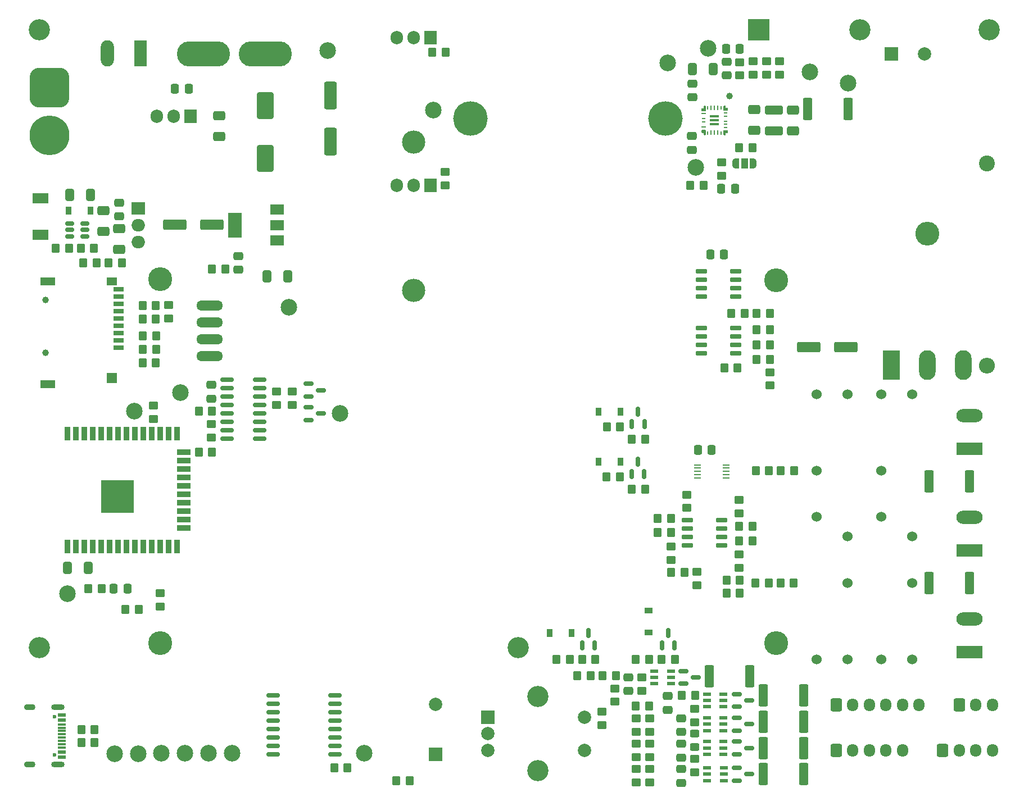
<source format=gts>
%TF.GenerationSoftware,KiCad,Pcbnew,6.0.1-79c1e3a40b~116~ubuntu20.04.1*%
%TF.CreationDate,2022-02-02T21:52:56+02:00*%
%TF.ProjectId,OBQAS,4f425141-532e-46b6-9963-61645f706362,rev?*%
%TF.SameCoordinates,Original*%
%TF.FileFunction,Soldermask,Top*%
%TF.FilePolarity,Negative*%
%FSLAX46Y46*%
G04 Gerber Fmt 4.6, Leading zero omitted, Abs format (unit mm)*
G04 Created by KiCad (PCBNEW 6.0.1-79c1e3a40b~116~ubuntu20.04.1) date 2022-02-02 21:52:56*
%MOMM*%
%LPD*%
G01*
G04 APERTURE LIST*
G04 Aperture macros list*
%AMRoundRect*
0 Rectangle with rounded corners*
0 $1 Rounding radius*
0 $2 $3 $4 $5 $6 $7 $8 $9 X,Y pos of 4 corners*
0 Add a 4 corners polygon primitive as box body*
4,1,4,$2,$3,$4,$5,$6,$7,$8,$9,$2,$3,0*
0 Add four circle primitives for the rounded corners*
1,1,$1+$1,$2,$3*
1,1,$1+$1,$4,$5*
1,1,$1+$1,$6,$7*
1,1,$1+$1,$8,$9*
0 Add four rect primitives between the rounded corners*
20,1,$1+$1,$2,$3,$4,$5,0*
20,1,$1+$1,$4,$5,$6,$7,0*
20,1,$1+$1,$6,$7,$8,$9,0*
20,1,$1+$1,$8,$9,$2,$3,0*%
%AMFreePoly0*
4,1,22,0.550000,-0.750000,0.000000,-0.750000,0.000000,-0.745033,-0.079941,-0.743568,-0.215256,-0.701293,-0.333266,-0.622738,-0.424486,-0.514219,-0.481581,-0.384460,-0.499164,-0.250000,-0.500000,-0.250000,-0.500000,0.250000,-0.499164,0.250000,-0.499963,0.256109,-0.478152,0.396186,-0.417904,0.524511,-0.324060,0.630769,-0.204165,0.706417,-0.067858,0.745374,0.000000,0.744959,0.000000,0.750000,
0.550000,0.750000,0.550000,-0.750000,0.550000,-0.750000,$1*%
%AMFreePoly1*
4,1,20,0.000000,0.744959,0.073905,0.744508,0.209726,0.703889,0.328688,0.626782,0.421226,0.519385,0.479903,0.390333,0.500000,0.250000,0.500000,-0.250000,0.499851,-0.262216,0.476331,-0.402017,0.414519,-0.529596,0.319384,-0.634700,0.198574,-0.708877,0.061801,-0.746166,0.000000,-0.745033,0.000000,-0.750000,-0.550000,-0.750000,-0.550000,0.750000,0.000000,0.750000,0.000000,0.744959,
0.000000,0.744959,$1*%
G04 Aperture macros list end*
%ADD10C,0.100000*%
%ADD11C,2.500000*%
%ADD12RoundRect,0.250000X0.450000X-0.350000X0.450000X0.350000X-0.450000X0.350000X-0.450000X-0.350000X0*%
%ADD13C,3.600000*%
%ADD14O,4.000500X1.501140*%
%ADD15C,1.524000*%
%ADD16RoundRect,0.250000X0.475000X-0.337500X0.475000X0.337500X-0.475000X0.337500X-0.475000X-0.337500X0*%
%ADD17RoundRect,0.250000X-0.450000X0.350000X-0.450000X-0.350000X0.450000X-0.350000X0.450000X0.350000X0*%
%ADD18RoundRect,0.250000X0.350000X0.450000X-0.350000X0.450000X-0.350000X-0.450000X0.350000X-0.450000X0*%
%ADD19R,1.150000X0.600000*%
%ADD20RoundRect,0.150000X-0.587500X-0.150000X0.587500X-0.150000X0.587500X0.150000X-0.587500X0.150000X0*%
%ADD21RoundRect,0.250000X-0.350000X-0.450000X0.350000X-0.450000X0.350000X0.450000X-0.350000X0.450000X0*%
%ADD22RoundRect,0.250000X0.412500X0.650000X-0.412500X0.650000X-0.412500X-0.650000X0.412500X-0.650000X0*%
%ADD23RoundRect,0.150000X-0.512500X-0.150000X0.512500X-0.150000X0.512500X0.150000X-0.512500X0.150000X0*%
%ADD24R,3.200000X3.200000*%
%ADD25O,3.200000X3.200000*%
%ADD26RoundRect,0.249999X-0.450001X-1.425001X0.450001X-1.425001X0.450001X1.425001X-0.450001X1.425001X0*%
%ADD27RoundRect,0.250000X-0.337500X-0.475000X0.337500X-0.475000X0.337500X0.475000X-0.337500X0.475000X0*%
%ADD28R,0.900000X1.200000*%
%ADD29R,2.000000X2.000000*%
%ADD30C,2.000000*%
%ADD31RoundRect,0.150000X0.150000X-0.587500X0.150000X0.587500X-0.150000X0.587500X-0.150000X-0.587500X0*%
%ADD32RoundRect,0.250000X-0.475000X0.337500X-0.475000X-0.337500X0.475000X-0.337500X0.475000X0.337500X0*%
%ADD33RoundRect,0.250000X-0.650000X0.412500X-0.650000X-0.412500X0.650000X-0.412500X0.650000X0.412500X0*%
%ADD34RoundRect,0.250000X0.337500X0.475000X-0.337500X0.475000X-0.337500X-0.475000X0.337500X-0.475000X0*%
%ADD35RoundRect,1.500000X-1.500000X1.500000X-1.500000X-1.500000X1.500000X-1.500000X1.500000X1.500000X0*%
%ADD36C,6.000000*%
%ADD37RoundRect,0.250000X1.500000X0.550000X-1.500000X0.550000X-1.500000X-0.550000X1.500000X-0.550000X0*%
%ADD38C,3.200000*%
%ADD39RoundRect,0.250000X-0.600000X-0.725000X0.600000X-0.725000X0.600000X0.725000X-0.600000X0.725000X0*%
%ADD40O,1.700000X1.950000*%
%ADD41R,2.400000X1.500000*%
%ADD42R,3.960000X1.980000*%
%ADD43O,3.960000X1.980000*%
%ADD44C,0.306367*%
%ADD45R,0.249999X0.599999*%
%ADD46R,0.249999X0.725000*%
%ADD47C,0.289687*%
%ADD48R,0.625000X0.249999*%
%ADD49C,0.258750*%
%ADD50C,0.332306*%
%ADD51R,0.675000X0.249999*%
%ADD52R,0.599999X0.249999*%
%ADD53R,1.425001X0.375001*%
%ADD54RoundRect,0.150000X-0.825000X-0.150000X0.825000X-0.150000X0.825000X0.150000X-0.825000X0.150000X0*%
%ADD55O,8.000000X3.800000*%
%ADD56RoundRect,0.150000X-0.875000X-0.150000X0.875000X-0.150000X0.875000X0.150000X-0.875000X0.150000X0*%
%ADD57RoundRect,0.250000X-1.500000X-0.550000X1.500000X-0.550000X1.500000X0.550000X-1.500000X0.550000X0*%
%ADD58FreePoly0,180.000000*%
%ADD59R,1.000000X1.500000*%
%ADD60FreePoly1,180.000000*%
%ADD61RoundRect,0.150000X0.725000X0.150000X-0.725000X0.150000X-0.725000X-0.150000X0.725000X-0.150000X0*%
%ADD62C,2.400000*%
%ADD63O,2.400000X2.400000*%
%ADD64RoundRect,0.250000X-1.100000X0.412500X-1.100000X-0.412500X1.100000X-0.412500X1.100000X0.412500X0*%
%ADD65RoundRect,0.250000X-0.700000X1.825000X-0.700000X-1.825000X0.700000X-1.825000X0.700000X1.825000X0*%
%ADD66C,0.600000*%
%ADD67R,1.160000X0.600000*%
%ADD68R,1.160000X0.300000*%
%ADD69O,2.000000X0.900000*%
%ADD70O,1.700000X0.900000*%
%ADD71R,1.100000X0.250000*%
%ADD72R,2.000000X1.905000*%
%ADD73O,2.000000X1.905000*%
%ADD74C,5.200000*%
%ADD75R,2.000000X1.500000*%
%ADD76R,2.000000X3.800000*%
%ADD77RoundRect,0.250000X-0.412500X-0.650000X0.412500X-0.650000X0.412500X0.650000X-0.412500X0.650000X0*%
%ADD78RoundRect,0.150000X-0.725000X-0.150000X0.725000X-0.150000X0.725000X0.150000X-0.725000X0.150000X0*%
%ADD79R,1.200000X0.900000*%
%ADD80C,1.000000*%
%ADD81RoundRect,0.250000X0.650000X-0.412500X0.650000X0.412500X-0.650000X0.412500X-0.650000X-0.412500X0*%
%ADD82RoundRect,0.250000X-1.000000X1.750000X-1.000000X-1.750000X1.000000X-1.750000X1.000000X1.750000X0*%
%ADD83RoundRect,0.250000X0.450000X-0.325000X0.450000X0.325000X-0.450000X0.325000X-0.450000X-0.325000X0*%
%ADD84R,0.900000X2.000000*%
%ADD85R,2.000000X0.900000*%
%ADD86R,5.000000X5.000000*%
%ADD87R,1.905000X2.000000*%
%ADD88O,1.905000X2.000000*%
%ADD89R,1.600000X0.700000*%
%ADD90R,1.500000X1.600000*%
%ADD91R,1.500000X1.200000*%
%ADD92R,2.200000X1.200000*%
%ADD93R,1.980000X3.960000*%
%ADD94O,1.980000X3.960000*%
%ADD95O,3.500000X3.500000*%
%ADD96O,3.600000X3.600000*%
%ADD97R,2.500000X4.500000*%
%ADD98O,2.500000X4.500000*%
G04 APERTURE END LIST*
D10*
X176166501Y-61560001D02*
X176041500Y-61560001D01*
X176041500Y-61560001D02*
X175991500Y-61510001D01*
X175991500Y-61510001D02*
X175991500Y-60909999D01*
X175991500Y-60909999D02*
X176041500Y-60860000D01*
X176041500Y-60860000D02*
X176516501Y-60860000D01*
X176516501Y-60860000D02*
X176566500Y-60909999D01*
X176566500Y-60909999D02*
X176566500Y-61159999D01*
X176566500Y-61159999D02*
X176516501Y-61209999D01*
X176516501Y-61209999D02*
X176216501Y-61209999D01*
X176216501Y-61209999D02*
X176216499Y-61510001D01*
X176216499Y-61510001D02*
X176166501Y-61560001D01*
G36*
X176566500Y-60909999D02*
G01*
X176566500Y-61159999D01*
X176516501Y-61209999D01*
X176216501Y-61209999D01*
X176216499Y-61510001D01*
X176166501Y-61560001D01*
X176041500Y-61560001D01*
X175991500Y-61510001D01*
X175991500Y-60909999D01*
X176041500Y-60860000D01*
X176516501Y-60860000D01*
X176566500Y-60909999D01*
G37*
X176566500Y-60909999D02*
X176566500Y-61159999D01*
X176516501Y-61209999D01*
X176216501Y-61209999D01*
X176216499Y-61510001D01*
X176166501Y-61560001D01*
X176041500Y-61560001D01*
X175991500Y-61510001D01*
X175991500Y-60909999D01*
X176041500Y-60860000D01*
X176516501Y-60860000D01*
X176566500Y-60909999D01*
X173192499Y-57159999D02*
X173192499Y-57160002D01*
X173192499Y-57160002D02*
X173242501Y-57209999D01*
X173242501Y-57209999D02*
X173242501Y-57884999D01*
X173242501Y-57884999D02*
X173192499Y-57934999D01*
X173192499Y-57934999D02*
X172717501Y-57935002D01*
X172717501Y-57935002D02*
X172667501Y-57884999D01*
X172667501Y-57884999D02*
X172667499Y-57585000D01*
X172667499Y-57585000D02*
X172717501Y-57535000D01*
X172717501Y-57535000D02*
X173017501Y-57535000D01*
X173017501Y-57535000D02*
X173017501Y-57209999D01*
X173017501Y-57209999D02*
X173067501Y-57159999D01*
X173067501Y-57159999D02*
X173192499Y-57159999D01*
G36*
X173192499Y-57160002D02*
G01*
X173242501Y-57209999D01*
X173242501Y-57884999D01*
X173192499Y-57934999D01*
X172717501Y-57935002D01*
X172667501Y-57884999D01*
X172667499Y-57585000D01*
X172717501Y-57535000D01*
X173017501Y-57535000D01*
X173017501Y-57209999D01*
X173067501Y-57159999D01*
X173192499Y-57159999D01*
X173192499Y-57160002D01*
G37*
X173192499Y-57160002D02*
X173242501Y-57209999D01*
X173242501Y-57884999D01*
X173192499Y-57934999D01*
X172717501Y-57935002D01*
X172667501Y-57884999D01*
X172667499Y-57585000D01*
X172717501Y-57535000D01*
X173017501Y-57535000D01*
X173017501Y-57209999D01*
X173067501Y-57159999D01*
X173192499Y-57159999D01*
X173192499Y-57160002D01*
X176166501Y-57159999D02*
X176216499Y-57209999D01*
X176216499Y-57209999D02*
X176216501Y-57510001D01*
X176216501Y-57510001D02*
X176516501Y-57510001D01*
X176516501Y-57510001D02*
X176566500Y-57560001D01*
X176566500Y-57560001D02*
X176566500Y-57810001D01*
X176566500Y-57810001D02*
X176516501Y-57860000D01*
X176516501Y-57860000D02*
X176041500Y-57860000D01*
X176041500Y-57860000D02*
X175991500Y-57810001D01*
X175991500Y-57810001D02*
X175991498Y-57209999D01*
X175991498Y-57209999D02*
X176041500Y-57159999D01*
X176041500Y-57159999D02*
X176166501Y-57159999D01*
G36*
X176216499Y-57209999D02*
G01*
X176216501Y-57510001D01*
X176516501Y-57510001D01*
X176566500Y-57560001D01*
X176566500Y-57810001D01*
X176516501Y-57860000D01*
X176041500Y-57860000D01*
X175991500Y-57810001D01*
X175991498Y-57209999D01*
X176041500Y-57159999D01*
X176166501Y-57159999D01*
X176216499Y-57209999D01*
G37*
X176216499Y-57209999D02*
X176216501Y-57510001D01*
X176516501Y-57510001D01*
X176566500Y-57560001D01*
X176566500Y-57810001D01*
X176516501Y-57860000D01*
X176041500Y-57860000D01*
X175991500Y-57810001D01*
X175991498Y-57209999D01*
X176041500Y-57159999D01*
X176166501Y-57159999D01*
X176216499Y-57209999D01*
X173192499Y-61560001D02*
X173067501Y-61560001D01*
X173067501Y-61560001D02*
X173017501Y-61510001D01*
X173017501Y-61510001D02*
X173017501Y-61185000D01*
X173017501Y-61185000D02*
X172717501Y-61185000D01*
X172717501Y-61185000D02*
X172667499Y-61135000D01*
X172667499Y-61135000D02*
X172667501Y-60835001D01*
X172667501Y-60835001D02*
X172717501Y-60785001D01*
X172717501Y-60785001D02*
X173192499Y-60785001D01*
X173192499Y-60785001D02*
X173242499Y-60835001D01*
X173242499Y-60835001D02*
X173242499Y-61510001D01*
X173242499Y-61510001D02*
X173192499Y-61560001D01*
G36*
X173242499Y-60835001D02*
G01*
X173242499Y-61510001D01*
X173192499Y-61560001D01*
X173067501Y-61560001D01*
X173017501Y-61510001D01*
X173017501Y-61185000D01*
X172717501Y-61185000D01*
X172667499Y-61135000D01*
X172667501Y-60835001D01*
X172717501Y-60785001D01*
X173192499Y-60785001D01*
X173242499Y-60835001D01*
G37*
X173242499Y-60835001D02*
X173242499Y-61510001D01*
X173192499Y-61560001D01*
X173067501Y-61560001D01*
X173017501Y-61510001D01*
X173017501Y-61185000D01*
X172717501Y-61185000D01*
X172667499Y-61135000D01*
X172667501Y-60835001D01*
X172717501Y-60785001D01*
X173192499Y-60785001D01*
X173242499Y-60835001D01*
D11*
X118237500Y-103575000D03*
D12*
X162825000Y-155375000D03*
X162825000Y-153375000D03*
D13*
X91137500Y-138150000D03*
X183937500Y-83450000D03*
X183937500Y-138150000D03*
X91137500Y-83350000D03*
D14*
X98537500Y-94950000D03*
X98537500Y-92410000D03*
X98537500Y-89870000D03*
X98537500Y-87330000D03*
D15*
X204437501Y-100650000D03*
X199737501Y-112150000D03*
X199737501Y-119150000D03*
X199737501Y-100650000D03*
D16*
X102875000Y-81900000D03*
X102875000Y-79825000D03*
D17*
X171950000Y-127425000D03*
X171950000Y-129425000D03*
D18*
X170080000Y-127525000D03*
X168080000Y-127525000D03*
D19*
X173490000Y-149445000D03*
X173490000Y-150395000D03*
X173490000Y-151345000D03*
X175990000Y-151345000D03*
X175990000Y-150395000D03*
X175990000Y-149445000D03*
D20*
X113487500Y-99100000D03*
X113487500Y-101000000D03*
X115362500Y-100050000D03*
D21*
X184560000Y-129145000D03*
X186560000Y-129145000D03*
D22*
X80637500Y-70600000D03*
X77512500Y-70600000D03*
D11*
X101975000Y-154800000D03*
D23*
X77475000Y-74950000D03*
X77475000Y-75900000D03*
X77475000Y-76850000D03*
X79750000Y-76850000D03*
X79750000Y-75900000D03*
X79750000Y-74950000D03*
D20*
X169952500Y-142395000D03*
X169952500Y-144295000D03*
X171827500Y-143345000D03*
D24*
X181280000Y-45735000D03*
D25*
X196520000Y-45735000D03*
D26*
X181950000Y-146055000D03*
X188050000Y-146055000D03*
D17*
X159650000Y-145000000D03*
X159650000Y-147000000D03*
D27*
X173992500Y-79585000D03*
X176067500Y-79585000D03*
D17*
X91100000Y-130675000D03*
X91100000Y-132675000D03*
X182437500Y-50500000D03*
X182437500Y-52500000D03*
D28*
X80575000Y-72975000D03*
X77275000Y-72975000D03*
D29*
X132625000Y-154975000D03*
D30*
X132625000Y-147375000D03*
D31*
X162162500Y-105187500D03*
X164062500Y-105187500D03*
X163112500Y-103312500D03*
D32*
X167550000Y-146137500D03*
X167550000Y-148212500D03*
X169600000Y-157175000D03*
X169600000Y-159250000D03*
D33*
X100025000Y-58712500D03*
X100025000Y-61837500D03*
D21*
X158387500Y-105575000D03*
X160387500Y-105575000D03*
D12*
X182937500Y-99350000D03*
X182937500Y-97350000D03*
D18*
X182987500Y-90950000D03*
X180987500Y-90950000D03*
D26*
X181950000Y-157935000D03*
X188050000Y-157935000D03*
D20*
X177982500Y-149450000D03*
X177982500Y-151350000D03*
X179857500Y-150400000D03*
D34*
X178412500Y-48600000D03*
X176337500Y-48600000D03*
D18*
X182790000Y-129145000D03*
X180790000Y-129145000D03*
D21*
X184620000Y-112195000D03*
X186620000Y-112195000D03*
D12*
X180437500Y-52500000D03*
X180437500Y-50500000D03*
D18*
X168087500Y-121500000D03*
X166087500Y-121500000D03*
D32*
X171337500Y-53825000D03*
X171337500Y-55900000D03*
D12*
X157625000Y-150525000D03*
X157625000Y-148525000D03*
D35*
X74437500Y-54400000D03*
D36*
X74437500Y-61600000D03*
D12*
X162825000Y-151550000D03*
X162825000Y-149550000D03*
D31*
X154662500Y-138525000D03*
X156562500Y-138525000D03*
X155612500Y-136650000D03*
D37*
X98937500Y-75100000D03*
X93337500Y-75100000D03*
D21*
X79150000Y-78625000D03*
X81150000Y-78625000D03*
D16*
X171217500Y-63812500D03*
X171217500Y-61737500D03*
D38*
X145025000Y-138850000D03*
D26*
X188687500Y-57700000D03*
X194787500Y-57700000D03*
D11*
X188970000Y-52105000D03*
D21*
X177137500Y-88500000D03*
X179137500Y-88500000D03*
D20*
X113475000Y-102625000D03*
X113475000Y-104525000D03*
X115350000Y-103575000D03*
D38*
X72875000Y-138850000D03*
D18*
X81550000Y-80825000D03*
X79550000Y-80825000D03*
D39*
X192950000Y-147450000D03*
D40*
X195450000Y-147450000D03*
X197950000Y-147450000D03*
X200450000Y-147450000D03*
X202950000Y-147450000D03*
X205450000Y-147450000D03*
D12*
X178337500Y-126800000D03*
X178337500Y-124800000D03*
D41*
X73100000Y-71100000D03*
X73100000Y-76600000D03*
D42*
X213037500Y-108900000D03*
D43*
X213037500Y-103900000D03*
D15*
X194687500Y-100650000D03*
X189987500Y-112150000D03*
X189987500Y-119150000D03*
X189987500Y-100650000D03*
D19*
X173490000Y-145875000D03*
X173490000Y-146825000D03*
X173490000Y-147775000D03*
X175990000Y-147775000D03*
X175990000Y-146825000D03*
X175990000Y-145875000D03*
D34*
X174212500Y-109050000D03*
X172137500Y-109050000D03*
D44*
X173062812Y-61020939D03*
D45*
X173617499Y-61259999D03*
D46*
X174117501Y-61197500D03*
X174617500Y-61197500D03*
X175117499Y-61197500D03*
D45*
X175617501Y-61259999D03*
D47*
X176171188Y-61020939D03*
D48*
X176255000Y-60484999D03*
X176255000Y-59985000D03*
X176255000Y-59485001D03*
X176255000Y-58735000D03*
X176255000Y-58235001D03*
D49*
X176422749Y-57716249D03*
D45*
X175617501Y-57460001D03*
D46*
X175117499Y-57522500D03*
X174617500Y-57522500D03*
X174117501Y-57522500D03*
D45*
X173617499Y-57460001D03*
D50*
X173026876Y-57719376D03*
D51*
X173004999Y-58310000D03*
D52*
X172967501Y-59110000D03*
X172967501Y-59610000D03*
D51*
X173004999Y-60410000D03*
D53*
X174617500Y-59985000D03*
X174617500Y-59360000D03*
X174617500Y-58735000D03*
D26*
X173860000Y-143145000D03*
X179960000Y-143145000D03*
D21*
X88475000Y-95900000D03*
X90475000Y-95900000D03*
D33*
X186437500Y-57800000D03*
X186437500Y-60925000D03*
D11*
X91325000Y-154800000D03*
D54*
X101162500Y-98480000D03*
X101162500Y-99750000D03*
X101162500Y-101020000D03*
X101162500Y-102290000D03*
X101162500Y-103560000D03*
X101162500Y-104830000D03*
X101162500Y-106100000D03*
X101162500Y-107370000D03*
X106112500Y-107370000D03*
X106112500Y-106100000D03*
X106112500Y-104830000D03*
X106112500Y-103560000D03*
X106112500Y-102290000D03*
X106112500Y-101020000D03*
X106112500Y-99750000D03*
X106112500Y-98480000D03*
D55*
X97617500Y-49385000D03*
X106917500Y-49385000D03*
D29*
X140500000Y-149325000D03*
D30*
X140500000Y-154325000D03*
X140500000Y-151825000D03*
D38*
X148000000Y-157425000D03*
X148000000Y-146225000D03*
D30*
X155000000Y-154325000D03*
X155000000Y-149325000D03*
D56*
X108150000Y-146055000D03*
X108150000Y-147325000D03*
X108150000Y-148595000D03*
X108150000Y-149865000D03*
X108150000Y-151135000D03*
X108150000Y-152405000D03*
X108150000Y-153675000D03*
X108150000Y-154945000D03*
X117450000Y-154945000D03*
X117450000Y-153675000D03*
X117450000Y-152405000D03*
X117450000Y-151135000D03*
X117450000Y-149865000D03*
X117450000Y-148595000D03*
X117450000Y-147325000D03*
X117450000Y-146055000D03*
D12*
X171625000Y-157625000D03*
X171625000Y-155625000D03*
D17*
X163700000Y-143350000D03*
X163700000Y-145350000D03*
D11*
X98425000Y-154800000D03*
D18*
X172975000Y-69200000D03*
X170975000Y-69200000D03*
D11*
X132225000Y-57850000D03*
D17*
X170487500Y-115800000D03*
X170487500Y-117800000D03*
D16*
X98812500Y-101312500D03*
X98812500Y-99237500D03*
D17*
X164825000Y-153375000D03*
X164825000Y-155375000D03*
D31*
X162112500Y-112706250D03*
X164012500Y-112706250D03*
X163062500Y-110831250D03*
D21*
X180937500Y-95400000D03*
X182937500Y-95400000D03*
X88462500Y-87325000D03*
X90462500Y-87325000D03*
D11*
X173625000Y-48550000D03*
D19*
X165560000Y-142395000D03*
X165560000Y-143345000D03*
X165560000Y-144295000D03*
X168060000Y-144295000D03*
X168060000Y-143345000D03*
X168060000Y-142395000D03*
D18*
X164187500Y-107425000D03*
X162187500Y-107425000D03*
D57*
X188850000Y-93525000D03*
X194450000Y-93525000D03*
D58*
X180437500Y-65842500D03*
D59*
X179137500Y-65842500D03*
D60*
X177837500Y-65842500D03*
D28*
X157137500Y-103300000D03*
X160437500Y-103300000D03*
D39*
X192950000Y-154325000D03*
D40*
X195450000Y-154325000D03*
X197950000Y-154325000D03*
X200450000Y-154325000D03*
X202950000Y-154325000D03*
D11*
X77160000Y-130755000D03*
D21*
X153975000Y-143125000D03*
X155975000Y-143125000D03*
D26*
X181950000Y-153985000D03*
X188050000Y-153985000D03*
D22*
X110325000Y-82875000D03*
X107200000Y-82875000D03*
D21*
X180937500Y-93250000D03*
X182937500Y-93250000D03*
D61*
X175662500Y-123455000D03*
X175662500Y-122185000D03*
X175662500Y-120915000D03*
X175662500Y-119645000D03*
X170512500Y-119645000D03*
X170512500Y-120915000D03*
X170512500Y-122185000D03*
X170512500Y-123455000D03*
D62*
X215650000Y-65870000D03*
D63*
X215650000Y-96350000D03*
D18*
X168662500Y-140600000D03*
X166662500Y-140600000D03*
D64*
X183537500Y-57837500D03*
X183537500Y-60962500D03*
D65*
X116790000Y-55620000D03*
X116790000Y-62570000D03*
D28*
X149812500Y-136650000D03*
X153112500Y-136650000D03*
D16*
X176437500Y-52600000D03*
X176437500Y-50525000D03*
D19*
X173500000Y-156985000D03*
X173500000Y-157935000D03*
X173500000Y-158885000D03*
X176000000Y-158885000D03*
X176000000Y-157935000D03*
X176000000Y-156985000D03*
D66*
X75200000Y-149285000D03*
X75200000Y-155065000D03*
D67*
X76260000Y-148975000D03*
X76260000Y-149775000D03*
D68*
X76260000Y-150925000D03*
X76260000Y-151925000D03*
X76260000Y-152425000D03*
X76260000Y-153425000D03*
D67*
X76260000Y-154575000D03*
X76260000Y-155375000D03*
X76260000Y-155375000D03*
X76260000Y-154575000D03*
D68*
X76260000Y-153925000D03*
X76260000Y-152925000D03*
X76260000Y-151425000D03*
X76260000Y-150425000D03*
D67*
X76260000Y-149775000D03*
X76260000Y-148975000D03*
D69*
X75680000Y-147855000D03*
D70*
X71510000Y-156495000D03*
X71510000Y-147855000D03*
D69*
X75680000Y-156495000D03*
D31*
X166712500Y-138500000D03*
X168612500Y-138500000D03*
X167662500Y-136625000D03*
D12*
X98837500Y-107150000D03*
X98837500Y-105150000D03*
D22*
X174442500Y-51635000D03*
X171317500Y-51635000D03*
D18*
X164187500Y-114943750D03*
X162187500Y-114943750D03*
D71*
X172037500Y-111300000D03*
X172037500Y-111800000D03*
X172037500Y-112300000D03*
X172037500Y-112800000D03*
X172037500Y-113300000D03*
X176337500Y-113300000D03*
X176337500Y-112800000D03*
X176337500Y-112300000D03*
X176337500Y-111800000D03*
X176337500Y-111300000D03*
D12*
X90075000Y-104375000D03*
X90075000Y-102375000D03*
D18*
X134100000Y-49135000D03*
X132100000Y-49135000D03*
D12*
X92362500Y-89225000D03*
X92362500Y-87225000D03*
D72*
X87800000Y-72645000D03*
D73*
X87800000Y-75185000D03*
X87800000Y-77725000D03*
D74*
X137892500Y-59085000D03*
X167192500Y-59085000D03*
D21*
X79225000Y-151200000D03*
X81225000Y-151200000D03*
D26*
X206937500Y-129100000D03*
X213037500Y-129100000D03*
D12*
X162825000Y-159175000D03*
X162825000Y-157175000D03*
D17*
X111037500Y-100275000D03*
X111037500Y-102275000D03*
X164825000Y-149550000D03*
X164825000Y-151550000D03*
D42*
X213037500Y-124215000D03*
D43*
X213037500Y-119215000D03*
D17*
X178337500Y-116600000D03*
X178337500Y-118600000D03*
D11*
X87187500Y-103200000D03*
D21*
X88487500Y-91900000D03*
X90487500Y-91900000D03*
D75*
X108687500Y-77450000D03*
D76*
X102387500Y-75150000D03*
D75*
X108687500Y-75150000D03*
X108687500Y-72850000D03*
D11*
X167600000Y-50700000D03*
D21*
X150812500Y-140600000D03*
X152812500Y-140600000D03*
D18*
X128670000Y-158925000D03*
X126670000Y-158925000D03*
D21*
X178337500Y-120600000D03*
X180337500Y-120600000D03*
D20*
X177985000Y-156985000D03*
X177985000Y-158885000D03*
X179860000Y-157935000D03*
D18*
X98937500Y-103200000D03*
X96937500Y-103200000D03*
D33*
X82525000Y-72975000D03*
X82525000Y-76100000D03*
D38*
X72875000Y-45750000D03*
D12*
X184437500Y-52500000D03*
X184437500Y-50500000D03*
D18*
X168087500Y-119400000D03*
X166087500Y-119400000D03*
X85325000Y-80825000D03*
X83325000Y-80825000D03*
D12*
X175737500Y-67700000D03*
X175737500Y-65700000D03*
D21*
X176087500Y-96650000D03*
X178087500Y-96650000D03*
X180850000Y-112185000D03*
X182850000Y-112185000D03*
D39*
X211475000Y-147450000D03*
D40*
X213975000Y-147450000D03*
X216475000Y-147450000D03*
D77*
X77175000Y-126800000D03*
X80300000Y-126800000D03*
D11*
X121880000Y-154800000D03*
D32*
X169600000Y-153337500D03*
X169600000Y-155412500D03*
D11*
X87775000Y-154825000D03*
D34*
X95400000Y-54575000D03*
X93325000Y-54575000D03*
D32*
X84975000Y-71787500D03*
X84975000Y-73862500D03*
D21*
X85862500Y-133075000D03*
X87862500Y-133075000D03*
D18*
X119330000Y-156945000D03*
X117330000Y-156945000D03*
D21*
X169725000Y-146075000D03*
X171725000Y-146075000D03*
X75375000Y-78625000D03*
X77375000Y-78625000D03*
D42*
X213037500Y-139500000D03*
D43*
X213037500Y-134500000D03*
D18*
X100937500Y-81775000D03*
X98937500Y-81775000D03*
D33*
X180637500Y-57775000D03*
X180637500Y-60900000D03*
D21*
X88462500Y-89300000D03*
X90462500Y-89300000D03*
D78*
X172662500Y-82145000D03*
X172662500Y-83415000D03*
X172662500Y-84685000D03*
X172662500Y-85955000D03*
X177812500Y-85955000D03*
X177812500Y-84685000D03*
X177812500Y-83415000D03*
X177812500Y-82145000D03*
D26*
X181950000Y-150035000D03*
X188050000Y-150035000D03*
D18*
X98925000Y-109375000D03*
X96925000Y-109375000D03*
D21*
X79225000Y-153200000D03*
X81225000Y-153200000D03*
D27*
X84125000Y-130000000D03*
X86200000Y-130000000D03*
D32*
X161650000Y-143325000D03*
X161650000Y-145400000D03*
D21*
X157750000Y-143125000D03*
X159750000Y-143125000D03*
D79*
X164687500Y-133250000D03*
X164687500Y-136550000D03*
D29*
X201282323Y-49325000D03*
D30*
X206282323Y-49325000D03*
D21*
X88487500Y-93900000D03*
X90487500Y-93900000D03*
X162762500Y-140600000D03*
X164762500Y-140600000D03*
D38*
X216000000Y-45750000D03*
D18*
X82300000Y-130000000D03*
X80300000Y-130000000D03*
D11*
X194787500Y-53750000D03*
D12*
X108612500Y-102275000D03*
X108612500Y-100275000D03*
D11*
X94150000Y-100425000D03*
D80*
X176890000Y-55715000D03*
D81*
X84975000Y-78837500D03*
X84975000Y-75712500D03*
D15*
X199737500Y-140600000D03*
X204437500Y-129100000D03*
X204437500Y-122100000D03*
X204437500Y-140600000D03*
D20*
X177985000Y-153035000D03*
X177985000Y-154935000D03*
X179860000Y-153985000D03*
X177987500Y-145875000D03*
X177987500Y-147775000D03*
X179862500Y-146825000D03*
D61*
X177812500Y-94505000D03*
X177812500Y-93235000D03*
X177812500Y-91965000D03*
X177812500Y-90695000D03*
X172662500Y-90695000D03*
X172662500Y-91965000D03*
X172662500Y-93235000D03*
X172662500Y-94505000D03*
D82*
X106917500Y-57135000D03*
X106917500Y-65135000D03*
D26*
X206937500Y-113800000D03*
X213037500Y-113800000D03*
D83*
X171625000Y-153875000D03*
X171625000Y-151825000D03*
D21*
X178337500Y-122800000D03*
X180337500Y-122800000D03*
D11*
X94875000Y-154800000D03*
D84*
X77182500Y-123600000D03*
X78452500Y-123600000D03*
X79722500Y-123600000D03*
X80992500Y-123600000D03*
X82262500Y-123600000D03*
X83532500Y-123600000D03*
X84802500Y-123600000D03*
X86072500Y-123600000D03*
X87342500Y-123600000D03*
X88612500Y-123600000D03*
X89882500Y-123600000D03*
X91152500Y-123600000D03*
X92422500Y-123600000D03*
X93692500Y-123600000D03*
D85*
X94692500Y-120815000D03*
X94692500Y-119545000D03*
X94692500Y-118275000D03*
X94692500Y-117005000D03*
X94692500Y-115735000D03*
X94692500Y-114465000D03*
X94692500Y-113195000D03*
X94692500Y-111925000D03*
X94692500Y-110655000D03*
X94692500Y-109385000D03*
D84*
X93692500Y-106600000D03*
X92422500Y-106600000D03*
X91152500Y-106600000D03*
X89882500Y-106600000D03*
X88612500Y-106600000D03*
X87342500Y-106600000D03*
X86072500Y-106600000D03*
X84802500Y-106600000D03*
X83532500Y-106600000D03*
X82262500Y-106600000D03*
X80992500Y-106600000D03*
X79722500Y-106600000D03*
X78452500Y-106600000D03*
X77182500Y-106600000D03*
D86*
X84682500Y-116100000D03*
D34*
X177712500Y-69700000D03*
X175637500Y-69700000D03*
D11*
X110525000Y-87575000D03*
D21*
X158362500Y-113075000D03*
X160362500Y-113075000D03*
D11*
X84225000Y-154825000D03*
D87*
X95717500Y-58800000D03*
D88*
X93177500Y-58800000D03*
X90637500Y-58800000D03*
D18*
X182937500Y-88500000D03*
X180937500Y-88500000D03*
X156662500Y-140600000D03*
X154662500Y-140600000D03*
D19*
X173490000Y-153035000D03*
X173490000Y-153985000D03*
X173490000Y-154935000D03*
X175990000Y-154935000D03*
X175990000Y-153985000D03*
X175990000Y-153035000D03*
D12*
X168087500Y-125650000D03*
X168087500Y-123650000D03*
D17*
X164825000Y-157175000D03*
X164825000Y-159175000D03*
D21*
X178337500Y-63500000D03*
X180337500Y-63500000D03*
D15*
X189987500Y-140600000D03*
X194687500Y-129100000D03*
X194687500Y-122100000D03*
X194687500Y-140600000D03*
D21*
X162775000Y-147650000D03*
X164775000Y-147650000D03*
D28*
X157137500Y-110843750D03*
X160437500Y-110843750D03*
D11*
X116375000Y-48825000D03*
D12*
X171625000Y-150075000D03*
X171625000Y-148075000D03*
X178437500Y-52600000D03*
X178437500Y-50600000D03*
D21*
X176420000Y-130655000D03*
X178420000Y-130655000D03*
D17*
X134000000Y-67175000D03*
X134000000Y-69175000D03*
D80*
X73812500Y-86425000D03*
X73812500Y-94425000D03*
D89*
X84812500Y-93625000D03*
X84812500Y-92525000D03*
X84812500Y-91425000D03*
X84812500Y-90325000D03*
X84812500Y-89225000D03*
X84812500Y-88125000D03*
X84812500Y-87025000D03*
X84812500Y-85925000D03*
X84812500Y-84825000D03*
D90*
X83812500Y-98225000D03*
D91*
X83812500Y-83625000D03*
D92*
X74212500Y-83625000D03*
X74212500Y-99125000D03*
D32*
X169600000Y-149487500D03*
X169600000Y-151562500D03*
D21*
X176420000Y-128685000D03*
X178420000Y-128685000D03*
D93*
X88157500Y-49310000D03*
D94*
X83157500Y-49310000D03*
D11*
X171825000Y-66450000D03*
D39*
X208975000Y-154325000D03*
D40*
X211475000Y-154325000D03*
X213975000Y-154325000D03*
X216475000Y-154325000D03*
D95*
X129342500Y-84985000D03*
D87*
X131882500Y-69185000D03*
D88*
X129342500Y-69185000D03*
X126802500Y-69185000D03*
D95*
X129342500Y-62685000D03*
D87*
X131882500Y-46885000D03*
D88*
X129342500Y-46885000D03*
X126802500Y-46885000D03*
D96*
X206687500Y-76430000D03*
D97*
X201237500Y-96290000D03*
D98*
X206687500Y-96290000D03*
X212137500Y-96290000D03*
M02*

</source>
